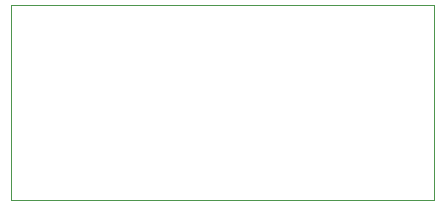
<source format=gbr>
G04 (created by PCBNEW (2013-05-18 BZR 4017)-stable) date Thu 17 Jul 2014 20:47:08 CST*
%MOIN*%
G04 Gerber Fmt 3.4, Leading zero omitted, Abs format*
%FSLAX34Y34*%
G01*
G70*
G90*
G04 APERTURE LIST*
%ADD10C,0.00590551*%
%ADD11C,0.00393701*%
G04 APERTURE END LIST*
G54D10*
G54D11*
X46300Y-28500D02*
X46300Y-28400D01*
X60400Y-28500D02*
X60400Y-28400D01*
X46300Y-34900D02*
X46300Y-34800D01*
X60400Y-34900D02*
X46300Y-34900D01*
X60400Y-28500D02*
X60400Y-34900D01*
X60300Y-28400D02*
X60400Y-28400D01*
X46300Y-28400D02*
X60300Y-28400D01*
X46300Y-34900D02*
X46300Y-28500D01*
M02*

</source>
